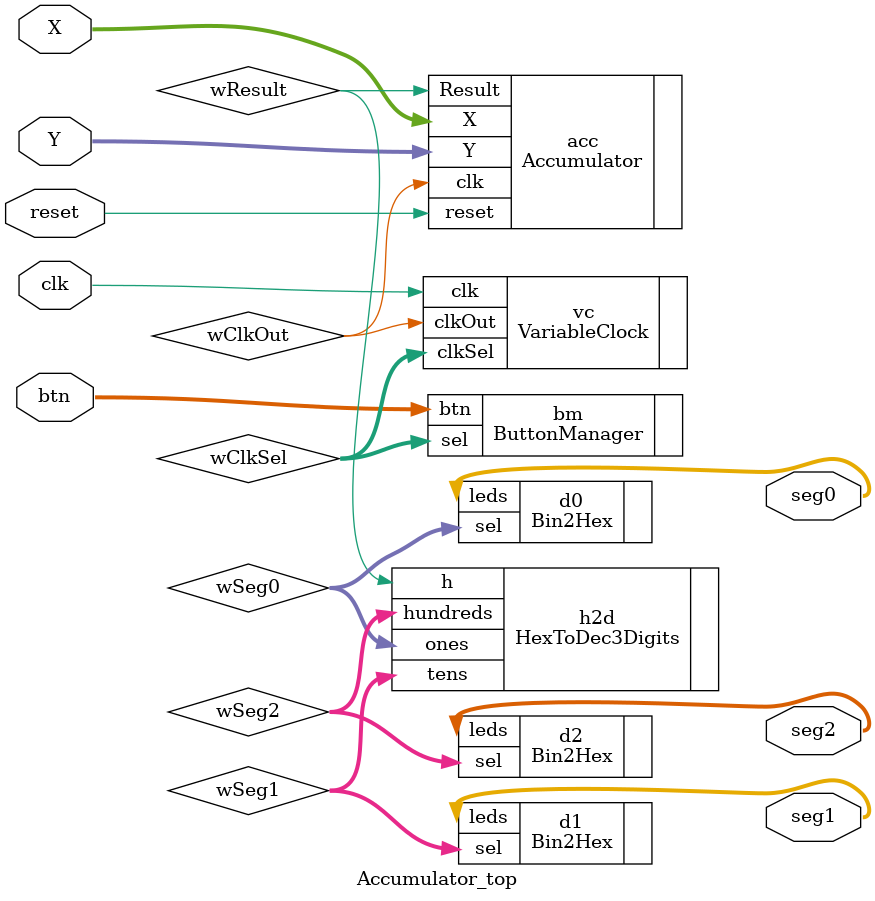
<source format=v>
module Accumulator_top(btn, X, Y, clk, reset, seg0, seg1, seg2);
	
	input [1:0] btn;
	
	input [7:0] X,Y;
	
	input clk, reset;
	
	output [6:0] seg0, seg1, seg2;

	wire wClkOut, wResult;
	
	wire [3:0] wClkSel;
	
	wire [3:0] wSeg0, wSeg1, wSeg2;
	
	ButtonManager bm(.btn(btn), .sel(wClkSel));
	VariableClock vc(.clk(clk), .clkSel(wClkSel), .clkOut(wClkOut));

	//Clock150ms clock(.clk(clk), .clkOut(wClkOut));

	Accumulator acc(.X(X), .Y(Y), .clk(wClkOut), .reset(reset), .Result(wResult));
		defparam acc.k = 8;
		defparam acc.m = 8;
	
	HexToDec3Digits h2d(.h(wResult), .ones(wSeg0), .tens(wSeg1), .hundreds(wSeg2));
	
	Bin2Hex d0(.sel(wSeg0), .leds(seg0));
	Bin2Hex d1(.sel(wSeg1), .leds(seg1));
	Bin2Hex d2(.sel(wSeg2), .leds(seg2));

endmodule
</source>
